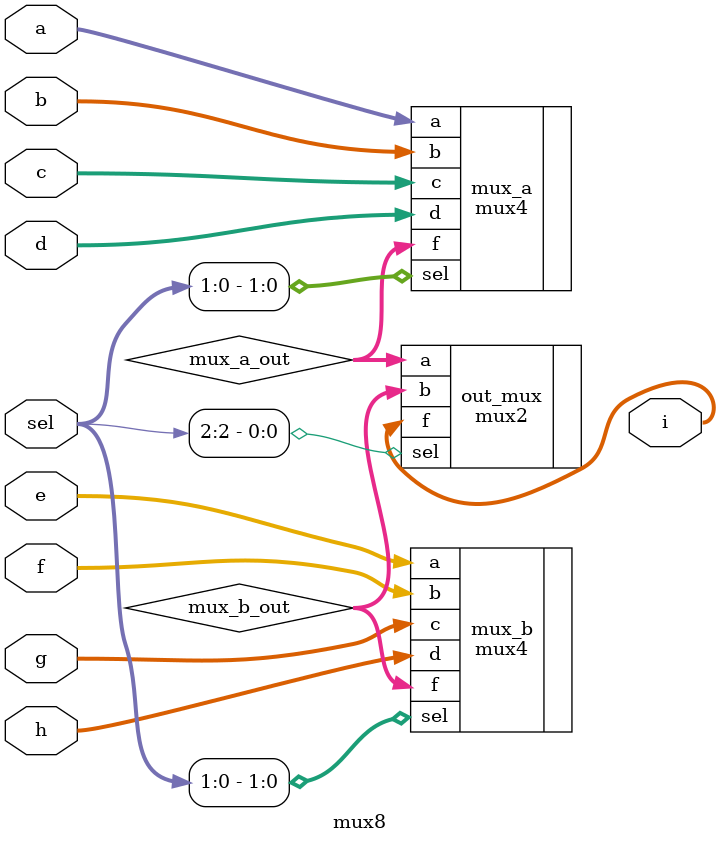
<source format=sv>
module mux8 #(parameter width = 16)
(
input [2:0] sel,
input [width-1:0] a, b, c, d, e, f, g, h,
output logic [width-1:0] i
);

logic [width - 1:0] mux_a_out;
logic [width - 1:0] mux_b_out;

mux4 #(.width(width)) mux_a
(
    .sel(sel[1:0]),
    .a(a),
    .b(b),
    .c(c),
    .d(d),
    .f(mux_a_out)
);

mux4 #(.width(width)) mux_b
(
    .sel(sel[1:0]),
    .a(e),
    .b(f),
    .c(g),
    .d(h),
    .f(mux_b_out)
);

mux2 #(.width(width)) out_mux
(
	 .a(mux_a_out),
	 .b(mux_b_out),
	 .sel(sel[2]),
	 .f(i)
);


endmodule : mux8
</source>
